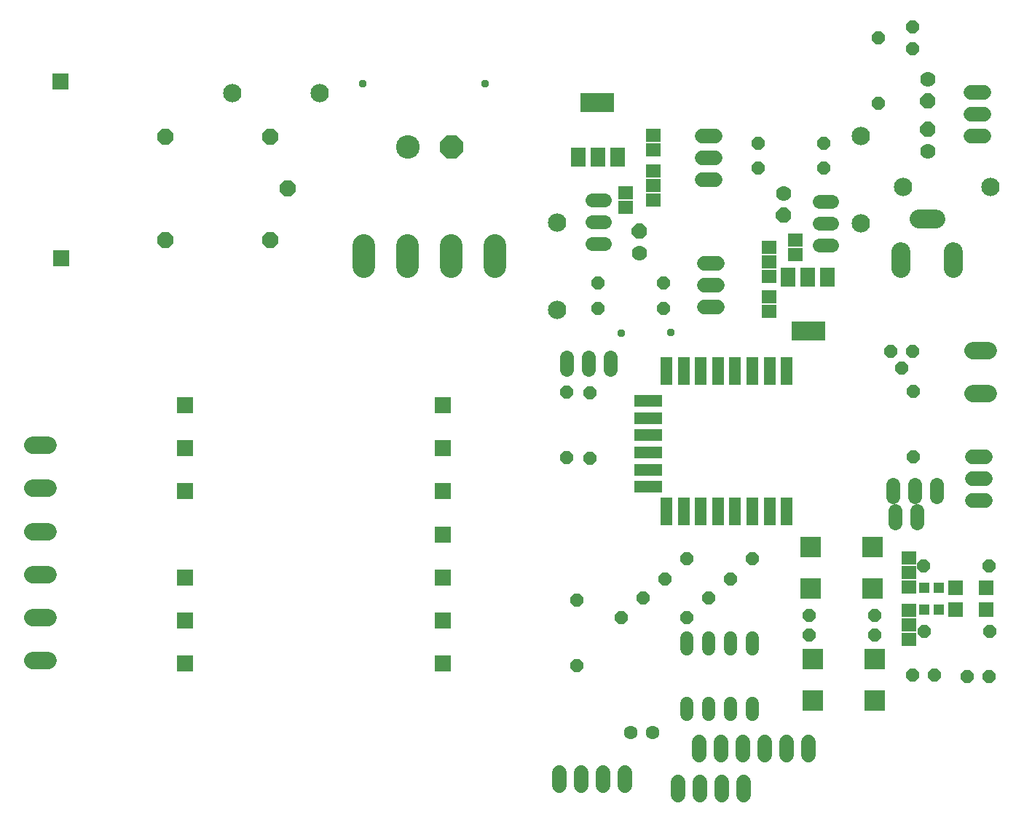
<source format=gts>
G75*
%MOIN*%
%OFA0B0*%
%FSLAX25Y25*%
%IPPOS*%
%LPD*%
%AMOC8*
5,1,8,0,0,1.08239X$1,22.5*
%
%ADD10C,0.10250*%
%ADD11C,0.10800*%
%ADD12OC8,0.10800*%
%ADD13R,0.06706X0.05918*%
%ADD14OC8,0.07000*%
%ADD15C,0.07000*%
%ADD16C,0.08400*%
%ADD17C,0.06800*%
%ADD18R,0.06700X0.08700*%
%ADD19R,0.15800X0.08700*%
%ADD20C,0.08674*%
%ADD21C,0.06400*%
%ADD22OC8,0.06000*%
%ADD23R,0.06706X0.06706*%
%ADD24C,0.06000*%
%ADD25C,0.06312*%
%ADD26R,0.04737X0.05131*%
%ADD27OC8,0.07296*%
%ADD28R,0.07400X0.07400*%
%ADD29R,0.09400X0.09400*%
%ADD30R,0.05524X0.12611*%
%ADD31R,0.12611X0.05524*%
%ADD32C,0.07850*%
%ADD33C,0.03778*%
D10*
X0175338Y0261460D02*
X0175338Y0270910D01*
X0195338Y0270910D02*
X0195338Y0261460D01*
X0215338Y0261460D02*
X0215338Y0270910D01*
X0235338Y0270910D02*
X0235338Y0261460D01*
D11*
X0195889Y0316067D03*
D12*
X0215889Y0316067D03*
D13*
X0295417Y0295083D03*
X0295417Y0288390D03*
X0308172Y0291618D03*
X0308172Y0298311D03*
X0308172Y0305004D03*
X0308133Y0314610D03*
X0308133Y0321303D03*
X0361204Y0270083D03*
X0361204Y0263390D03*
X0361204Y0256697D03*
X0361243Y0247287D03*
X0361243Y0240594D03*
X0373251Y0266579D03*
X0373251Y0273272D03*
X0425141Y0127642D03*
X0425141Y0120949D03*
X0425141Y0114256D03*
X0424944Y0103862D03*
X0424944Y0097169D03*
X0424944Y0090476D03*
D14*
X0301873Y0277287D03*
X0367700Y0284689D03*
X0433920Y0324059D03*
X0433920Y0337091D03*
D15*
X0433920Y0347091D03*
X0433920Y0314059D03*
X0367700Y0294689D03*
X0301873Y0267287D03*
D16*
X0264196Y0281224D03*
X0264196Y0241224D03*
X0155377Y0340634D03*
X0115377Y0340634D03*
X0403094Y0321185D03*
X0422346Y0297563D03*
X0403094Y0281185D03*
X0462346Y0297563D03*
D17*
X0459480Y0321028D02*
X0453480Y0321028D01*
X0453480Y0331028D02*
X0459480Y0331028D01*
X0459480Y0341028D02*
X0453480Y0341028D01*
X0337472Y0262799D02*
X0331472Y0262799D01*
X0331472Y0252799D02*
X0337472Y0252799D01*
X0337472Y0242799D02*
X0331472Y0242799D01*
X0330409Y0301106D02*
X0336409Y0301106D01*
X0336409Y0311106D02*
X0330409Y0311106D01*
X0330409Y0321106D02*
X0336409Y0321106D01*
X0454228Y0173980D02*
X0460228Y0173980D01*
X0460228Y0163980D02*
X0454228Y0163980D01*
X0454228Y0153980D02*
X0460228Y0153980D01*
X0379235Y0043437D02*
X0379235Y0037437D01*
X0369235Y0037437D02*
X0369235Y0043437D01*
X0359235Y0043437D02*
X0359235Y0037437D01*
X0349235Y0037437D02*
X0349235Y0043437D01*
X0339235Y0043437D02*
X0339235Y0037437D01*
X0329235Y0037437D02*
X0329235Y0043437D01*
X0329393Y0025091D02*
X0329393Y0019091D01*
X0339393Y0019091D02*
X0339393Y0025091D01*
X0349393Y0025091D02*
X0349393Y0019091D01*
X0319393Y0019091D02*
X0319393Y0025091D01*
X0295220Y0023303D02*
X0295220Y0029303D01*
X0285220Y0029303D02*
X0285220Y0023303D01*
X0275220Y0023303D02*
X0275220Y0029303D01*
X0265220Y0029303D02*
X0265220Y0023303D01*
D18*
X0369899Y0256459D03*
X0378899Y0256459D03*
X0387899Y0256459D03*
X0291603Y0311541D03*
X0282603Y0311541D03*
X0273603Y0311541D03*
D19*
X0282503Y0336341D03*
X0378999Y0231659D03*
D20*
X0421401Y0260280D02*
X0421401Y0268154D01*
X0429669Y0283114D02*
X0437543Y0283114D01*
X0445417Y0268154D02*
X0445417Y0260280D01*
D21*
X0389634Y0271028D02*
X0384034Y0271028D01*
X0384034Y0281028D02*
X0389634Y0281028D01*
X0389634Y0291028D02*
X0384034Y0291028D01*
X0288566Y0219654D02*
X0288566Y0214054D01*
X0278566Y0214054D02*
X0278566Y0219654D01*
X0268566Y0219654D02*
X0268566Y0214054D01*
X0280097Y0271815D02*
X0285697Y0271815D01*
X0285697Y0281815D02*
X0280097Y0281815D01*
X0280097Y0291815D02*
X0285697Y0291815D01*
X0417779Y0161387D02*
X0417779Y0155787D01*
X0418606Y0149418D02*
X0418606Y0143818D01*
X0428606Y0143818D02*
X0428606Y0149418D01*
X0427779Y0155787D02*
X0427779Y0161387D01*
X0437779Y0161387D02*
X0437779Y0155787D01*
D22*
X0426952Y0174138D03*
X0426952Y0204138D03*
X0421913Y0214787D03*
X0426913Y0222287D03*
X0416913Y0222287D03*
X0386125Y0306224D03*
X0386204Y0317681D03*
X0411086Y0336185D03*
X0426637Y0361106D03*
X0426637Y0371106D03*
X0411086Y0366185D03*
X0356204Y0317681D03*
X0356125Y0306224D03*
X0312661Y0253705D03*
X0312779Y0241972D03*
X0282779Y0241972D03*
X0282661Y0253705D03*
X0278960Y0203508D03*
X0268448Y0203587D03*
X0268448Y0173587D03*
X0278960Y0173508D03*
X0323369Y0127327D03*
X0313369Y0118114D03*
X0303369Y0109295D03*
X0293369Y0100476D03*
X0272936Y0108232D03*
X0272936Y0078232D03*
X0323369Y0100476D03*
X0333369Y0109295D03*
X0343369Y0118114D03*
X0353369Y0127327D03*
X0379275Y0101421D03*
X0379432Y0092327D03*
X0409432Y0092327D03*
X0409275Y0101421D03*
X0432228Y0094138D03*
X0436794Y0074098D03*
X0426794Y0074098D03*
X0451598Y0073390D03*
X0461598Y0073390D03*
X0462228Y0094138D03*
X0461834Y0124138D03*
X0431834Y0124138D03*
D23*
X0446558Y0114138D03*
X0446558Y0103941D03*
X0460338Y0103941D03*
X0460338Y0114138D03*
D24*
X0353369Y0091108D02*
X0353369Y0085908D01*
X0343369Y0085908D02*
X0343369Y0091108D01*
X0333369Y0091108D02*
X0333369Y0085908D01*
X0323369Y0085908D02*
X0323369Y0091108D01*
X0323369Y0061108D02*
X0323369Y0055908D01*
X0333369Y0055908D02*
X0333369Y0061108D01*
X0343369Y0061108D02*
X0343369Y0055908D01*
X0353369Y0055908D02*
X0353369Y0061108D01*
D25*
X0307779Y0047760D03*
X0297779Y0047760D03*
D26*
X0432070Y0103941D03*
X0438763Y0103941D03*
X0438763Y0114138D03*
X0432070Y0114138D03*
D27*
X0140731Y0297051D03*
X0132857Y0273429D03*
X0084826Y0273429D03*
X0084826Y0320673D03*
X0132857Y0320673D03*
D28*
X0036716Y0346106D03*
X0037109Y0265004D03*
X0093645Y0197602D03*
X0093645Y0177917D03*
X0093645Y0158232D03*
X0093645Y0118862D03*
X0093645Y0099177D03*
X0093645Y0079492D03*
X0211755Y0079492D03*
X0211755Y0099177D03*
X0211755Y0118862D03*
X0211755Y0138547D03*
X0211755Y0158232D03*
X0211755Y0177917D03*
X0211755Y0197602D03*
D29*
X0380023Y0132563D03*
X0380023Y0113665D03*
X0408369Y0113665D03*
X0408369Y0132563D03*
X0409275Y0081303D03*
X0409275Y0062406D03*
X0380928Y0062406D03*
X0380928Y0081303D03*
D30*
X0369196Y0148902D03*
X0361322Y0148902D03*
X0353448Y0148902D03*
X0345574Y0148902D03*
X0337700Y0148902D03*
X0329826Y0148902D03*
X0321952Y0148902D03*
X0314078Y0148902D03*
X0314078Y0213469D03*
X0321952Y0213469D03*
X0329826Y0213469D03*
X0337700Y0213469D03*
X0345574Y0213469D03*
X0353448Y0213469D03*
X0361322Y0213469D03*
X0369196Y0213469D03*
D31*
X0305810Y0199689D03*
X0305810Y0191815D03*
X0305810Y0183941D03*
X0305810Y0176067D03*
X0305810Y0168193D03*
X0305810Y0160319D03*
D32*
X0031225Y0080831D02*
X0024175Y0080831D01*
X0024175Y0100516D02*
X0031225Y0100516D01*
X0031225Y0120201D02*
X0024175Y0120201D01*
X0024175Y0139886D02*
X0031225Y0139886D01*
X0031225Y0159571D02*
X0024175Y0159571D01*
X0024175Y0179256D02*
X0031225Y0179256D01*
X0454529Y0203035D02*
X0461579Y0203035D01*
X0461579Y0222720D02*
X0454529Y0222720D01*
D33*
X0315968Y0231028D03*
X0293527Y0230634D03*
X0230928Y0345201D03*
X0175023Y0345201D03*
M02*

</source>
